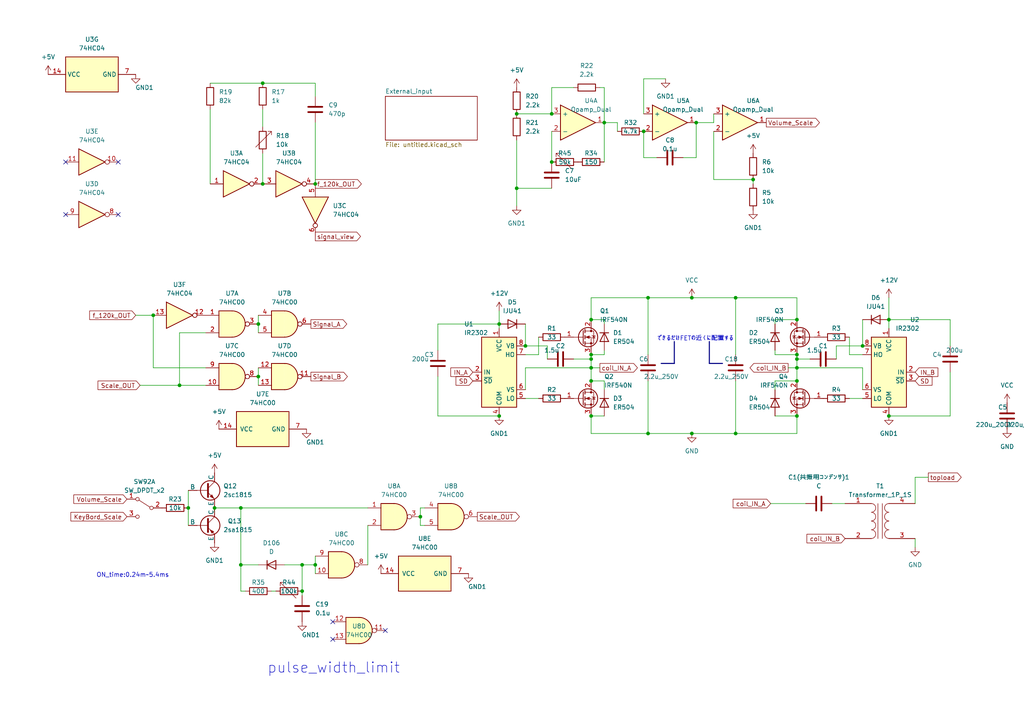
<source format=kicad_sch>
(kicad_sch (version 20230121) (generator eeschema)
  (paper "A4")
  (lib_symbols
    (symbol "74xx:74HC00" (pin_names (offset 1.016))
      (property "Reference" "U" (at 0 1.27 0))
      (property "Value" "74HC00" (at 0 -1.27 0))
      (symbol "74HC00_1_1"
        (arc (start 0 -3.81) (mid 3.7934 0) (end 0 3.81) (stroke (width 0.254)) (fill (type background)))
        (polyline (pts (xy 0 3.81) (xy -3.81 3.81) (xy -3.81 -3.81) (xy 0 -3.81)) (stroke (width 0.254)) (fill (type background)))
        (pin input line (at -7.62 2.54 0) (length 3.81) (name "~") (number "1"))
        (pin input line (at -7.62 -2.54 0) (length 3.81) (name "~") (number "2"))
        (pin output inverted (at 7.62 0 180) (length 3.81) (name "~") (number "3"))
      )
      (symbol "74HC00_1_2"
        (arc (start -3.81 -3.81) (mid -2.589 0) (end -3.81 3.81) (stroke (width 0.254)))
        (arc (start -0.6096 -3.81) (mid 2.1842 -2.5851) (end 3.81 0) (stroke (width 0.254)) (fill (type background)))
        (polyline (pts (xy -3.81 -3.81) (xy -0.635 -3.81)) (stroke (width 0.254)) (fill (type background)))
        (polyline (pts (xy -3.81 3.81) (xy -0.635 3.81)) (stroke (width 0.254)) (fill (type background)))
        (polyline (pts (xy -0.635 3.81) (xy -3.81 3.81) (xy -3.81 3.81) (xy -3.556 3.4036) (xy -3.0226 2.2606) (xy -2.6924 1.0414) (xy -2.6162 -0.254) (xy -2.7686 -1.4986) (xy -3.175 -2.7178) (xy -3.81 -3.81) (xy -3.81 -3.81) (xy -0.635 -3.81)) (stroke (width -25.4)) (fill (type background)))
        (arc (start 3.81 0) (mid 2.1915 2.5936) (end -0.6096 3.81) (stroke (width 0.254)) (fill (type background)))
        (pin input inverted (at -7.62 2.54 0) (length 4.318) (name "~") (number "1"))
        (pin input inverted (at -7.62 -2.54 0) (length 4.318) (name "~") (number "2"))
        (pin output line (at 7.62 0 180) (length 3.81) (name "~") (number "3"))
      )
      (symbol "74HC00_2_1"
        (arc (start 0 -3.81) (mid 3.7934 0) (end 0 3.81) (stroke (width 0.254)) (fill (type background)))
        (polyline (pts (xy 0 3.81) (xy -3.81 3.81) (xy -3.81 -3.81) (xy 0 -3.81)) (stroke (width 0.254)) (fill (type background)))
        (pin input line (at -7.62 2.54 0) (length 3.81) (name "~") (number "4"))
        (pin input line (at -7.62 -2.54 0) (length 3.81) (name "~") (number "5"))
        (pin output inverted (at 7.62 0 180) (length 3.81) (name "~") (number "6"))
      )
      (symbol "74HC00_2_2"
        (arc (start -3.81 -3.81) (mid -2.589 0) (end -3.81 3.81) (stroke (width 0.254)))
        (arc (start -0.6096 -3.81) (mid 2.1842 -2.5851) (end 3.81 0) (stroke (width 0.254)) (fill (type background)))
        (polyline (pts (xy -3.81 -3.81) (xy -0.635 -3.81)) (stroke (width 0.254)) (fill (type background)))
        (polyline (pts (xy -3.81 3.81) (xy -0.635 3.81)) (stroke (width 0.254)) (fill (type background)))
        (polyline (pts (xy -0.635 3.81) (xy -3.81 3.81) (xy -3.81 3.81) (xy -3.556 3.4036) (xy -3.0226 2.2606) (xy -2.6924 1.0414) (xy -2.6162 -0.254) (xy -2.7686 -1.4986) (xy -3.175 -2.7178) (xy -3.81 -3.81) (xy -3.81 -3.81) (xy -0.635 -3.81)) (stroke (width -25.4)) (fill (type background)))
        (arc (start 3.81 0) (mid 2.1915 2.5936) (end -0.6096 3.81) (stroke (width 0.254)) (fill (type background)))
        (pin input inverted (at -7.62 2.54 0) (length 4.318) (name "~") (number "4"))
        (pin input inverted (at -7.62 -2.54 0) (length 4.318) (name "~") (number "5"))
        (pin output line (at 7.62 0 180) (length 3.81) (name "~") (number "6"))
      )
      (symbol "74HC00_3_1"
        (arc (start 0 -3.81) (mid 3.7934 0) (end 0 3.81) (stroke (width 0.254)) (fill (type background)))
        (polyline (pts (xy 0 3.81) (xy -3.81 3.81) (xy -3.81 -3.81) (xy 0 -3.81)) (stroke (width 0.254)) (fill (type background)))
        (pin input line (at -7.62 -2.54 0) (length 3.81) (name "~") (number "10"))
        (pin output inverted (at 7.62 0 180) (length 3.81) (name "~") (number "8"))
        (pin input line (at -7.62 2.54 0) (length 3.81) (name "~") (number "9"))
      )
      (symbol "74HC00_3_2"
        (arc (start -3.81 -3.81) (mid -2.589 0) (end -3.81 3.81) (stroke (width 0.254)))
        (arc (start -0.6096 -3.81) (mid 2.1842 -2.5851) (end 3.81 0) (stroke (width 0.254)) (fill (type background)))
        (polyline (pts (xy -3.81 -3.81) (xy -0.635 -3.81)) (stroke (width 0.254)) (fill (type background)))
        (polyline (pts (xy -3.81 3.81) (xy -0.635 3.81)) (stroke (width 0.254)) (fill (type background)))
        (polyline (pts (xy -0.635 3.81) (xy -3.81 3.81) (xy -3.81 3.81) (xy -3.556 3.4036) (xy -3.0226 2.2606) (xy -2.6924 1.0414) (xy -2.6162 -0.254) (xy -2.7686 -1.4986) (xy -3.175 -2.7178) (xy -3.81 -3.81) (xy -3.81 -3.81) (xy -0.635 -3.81)) (stroke (width -25.4)) (fill (type background)))
        (arc (start 3.81 0) (mid 2.1915 2.5936) (end -0.6096 3.81) (stroke (width 0.254)) (fill (type background)))
        (pin input inverted (at -7.62 -2.54 0) (length 4.318) (name "~") (number "10"))
        (pin output line (at 7.62 0 180) (length 3.81) (name "~") (number "8"))
        (pin input inverted (at -7.62 2.54 0) (length 4.318) (name "~") (number "9"))
      )
      (symbol "74HC00_4_1"
        (arc (start 0 -3.81) (mid 3.7934 0) (end 0 3.81) (stroke (width 0.254)) (fill (type background)))
        (polyline (pts (xy 0 3.81) (xy -3.81 3.81) (xy -3.81 -3.81) (xy 0 -3.81)) (stroke (width 0.254)) (fill (type background)))
        (pin output inverted (at 7.62 0 180) (length 3.81) (name "~") (number "11"))
        (pin input line (at -7.62 2.54 0) (length 3.81) (name "~") (number "12"))
        (pin input line (at -7.62 -2.54 0) (length 3.81) (name "~") (number "13"))
      )
      (symbol "74HC00_4_2"
        (arc (start -3.81 -3.81) (mid -2.589 0) (end -3.81 3.81) (stroke (width 0.254)))
        (arc (start -0.6096 -3.81) (mid 2.1842 -2.5851) (end 3.81 0) (stroke (width 0.254)) (fill (type background)))
        (polyline (pts (xy -3.81 -3.81) (xy -0.635 -3.81)) (stroke (width 0.254)) (fill (type background)))
        (polyline (pts (xy -3.81 3.81) (xy -0.635 3.81)) (stroke (width 0.254)) (fill (type background)))
        (polyline (pts (xy -0.635 3.81) (xy -3.81 3.81) (xy -3.81 3.81) (xy -3.556 3.4036) (xy -3.0226 2.2606) (xy -2.6924 1.0414) (xy -2.6162 -0.254) (xy -2.7686 -1.4986) (xy -3.175 -2.7178) (xy -3.81 -3.81) (xy -3.81 -3.81) (xy -0.635 -3.81)) (stroke (width -25.4)) (fill (type background)))
        (arc (start 3.81 0) (mid 2.1915 2.5936) (end -0.6096 3.81) (stroke (width 0.254)) (fill (type background)))
        (pin output line (at 7.62 0 180) (length 3.81) (name "~") (number "11"))
        (pin input inverted (at -7.62 2.54 0) (length 4.318) (name "~") (number "12"))
        (pin input inverted (at -7.62 -2.54 0) (length 4.318) (name "~") (number "13"))
      )
      (symbol "74HC00_5_0"
        (pin power_in line (at 0 12.7 270) (length 5.08) (name "VCC") (number "14"))
        (pin power_in line (at 0 -12.7 90) (length 5.08) (name "GND") (number "7"))
      )
      (symbol "74HC00_5_1"
        (rectangle (start -5.08 7.62) (end 5.08 -7.62) (stroke (width 0.254)) (fill (type background)))
      )
    )
    (symbol "74xx:74HC04"
      (property "Reference" "U" (at 0 1.27 0))
      (property "Value" "74HC04" (at 0 -1.27 0))
      (symbol "74HC04_1_0"
        (polyline (pts (xy -3.81 3.81) (xy -3.81 -3.81) (xy 3.81 0) (xy -3.81 3.81)) (stroke (width 0.254)) (fill (type background)))
        (pin input line (at -7.62 0 0) (length 3.81) (name "~") (number "1"))
        (pin output inverted (at 7.62 0 180) (length 3.81) (name "~") (number "2"))
      )
      (symbol "74HC04_2_0"
        (polyline (pts (xy -3.81 3.81) (xy -3.81 -3.81) (xy 3.81 0) (xy -3.81 3.81)) (stroke (width 0.254)) (fill (type background)))
        (pin input line (at -7.62 0 0) (length 3.81) (name "~") (number "3"))
        (pin output inverted (at 7.62 0 180) (length 3.81) (name "~") (number "4"))
      )
      (symbol "74HC04_3_0"
        (polyline (pts (xy -3.81 3.81) (xy -3.81 -3.81) (xy 3.81 0) (xy -3.81 3.81)) (stroke (width 0.254)) (fill (type background)))
        (pin input line (at -7.62 0 0) (length 3.81) (name "~") (number "5"))
        (pin output inverted (at 7.62 0 180) (length 3.81) (name "~") (number "6"))
      )
      (symbol "74HC04_4_0"
        (polyline (pts (xy -3.81 3.81) (xy -3.81 -3.81) (xy 3.81 0) (xy -3.81 3.81)) (stroke (width 0.254)) (fill (type background)))
        (pin output inverted (at 7.62 0 180) (length 3.81) (name "~") (number "8"))
        (pin input line (at -7.62 0 0) (length 3.81) (name "~") (number "9"))
      )
      (symbol "74HC04_5_0"
        (polyline (pts (xy -3.81 3.81) (xy -3.81 -3.81) (xy 3.81 0) (xy -3.81 3.81)) (stroke (width 0.254)) (fill (type background)))
        (pin output inverted (at 7.62 0 180) (length 3.81) (name "~") (number "10"))
        (pin input line (at -7.62 0 0) (length 3.81) (name "~") (number "11"))
      )
      (symbol "74HC04_6_0"
        (polyline (pts (xy -3.81 3.81) (xy -3.81 -3.81) (xy 3.81 0) (xy -3.81 3.81)) (stroke (width 0.254)) (fill (type background)))
        (pin output inverted (at 7.62 0 180) (length 3.81) (name "~") (number "12"))
        (pin input line (at -7.62 0 0) (length 3.81) (name "~") (number "13"))
      )
      (symbol "74HC04_7_0"
        (pin power_in line (at 0 12.7 270) (length 5.08) (name "VCC") (number "14"))
        (pin power_in line (at 0 -12.7 90) (length 5.08) (name "GND") (number "7"))
      )
      (symbol "74HC04_7_1"
        (rectangle (start -5.08 7.62) (end 5.08 -7.62) (stroke (width 0.254)) (fill (type background)))
      )
    )
    (symbol "Device:C" (pin_numbers hide) (pin_names (offset 0.254))
      (property "Reference" "C" (at 0.635 2.54 0))
      (property "Value" "C" (at 0.635 -2.54 0))
      (symbol "C_0_1"
        (polyline (pts (xy -2.032 -0.762) (xy 2.032 -0.762)) (stroke (width 0.508)))
        (polyline (pts (xy -2.032 0.762) (xy 2.032 0.762)) (stroke (width 0.508)))
      )
      (symbol "C_1_1"
        (pin passive line (at 0 3.81 270) (length 2.794) (name "~") (number "1"))
        (pin passive line (at 0 -3.81 90) (length 2.794) (name "~") (number "2"))
      )
    )
    (symbol "Device:D" (pin_numbers hide) (pin_names (offset 1.016) hide)
      (property "Reference" "D" (at 0 2.54 0))
      (property "Value" "D" (at 0 -2.54 0))
      (symbol "D_0_1"
        (polyline (pts (xy -1.27 1.27) (xy -1.27 -1.27)) (stroke (width 0.254)))
        (polyline (pts (xy 1.27 0) (xy -1.27 0)))
        (polyline (pts (xy 1.27 1.27) (xy 1.27 -1.27) (xy -1.27 0) (xy 1.27 1.27)) (stroke (width 0.254)))
      )
      (symbol "D_1_1"
        (pin passive line (at -3.81 0 0) (length 2.54) (name "K") (number "1"))
        (pin passive line (at 3.81 0 180) (length 2.54) (name "A") (number "2"))
      )
    )
    (symbol "Device:Opamp_Dual"
      (property "Reference" "U" (at 0 5.08 0))
      (property "Value" "Opamp_Dual" (at 0 -5.08 0))
      (symbol "Opamp_Dual_1_1"
        (polyline (pts (xy -5.08 5.08) (xy 5.08 0) (xy -5.08 -5.08) (xy -5.08 5.08)) (stroke (width 0.254)) (fill (type background)))
        (pin output line (at 7.62 0 180) (length 2.54) (name "~") (number "1"))
        (pin input line (at -7.62 -2.54 0) (length 2.54) (name "-") (number "2"))
        (pin input line (at -7.62 2.54 0) (length 2.54) (name "+") (number "3"))
      )
      (symbol "Opamp_Dual_2_1"
        (polyline (pts (xy -5.08 5.08) (xy 5.08 0) (xy -5.08 -5.08) (xy -5.08 5.08)) (stroke (width 0.254)) (fill (type background)))
        (pin input line (at -7.62 2.54 0) (length 2.54) (name "+") (number "5"))
        (pin input line (at -7.62 -2.54 0) (length 2.54) (name "-") (number "6"))
        (pin output line (at 7.62 0 180) (length 2.54) (name "~") (number "7"))
      )
      (symbol "Opamp_Dual_3_1"
        (pin power_in line (at -2.54 -7.62 90) (length 3.81) (name "V-") (number "4"))
        (pin power_in line (at -2.54 7.62 270) (length 3.81) (name "V+") (number "8"))
      )
    )
    (symbol "Device:R" (pin_numbers hide) (pin_names (offset 0))
      (property "Reference" "R" (at 2.032 0 90))
      (property "Value" "R" (at 0 0 90))
      (symbol "R_0_1"
        (rectangle (start -1.016 -2.54) (end 1.016 2.54) (stroke (width 0.254)))
      )
      (symbol "R_1_1"
        (pin passive line (at 0 3.81 270) (length 1.27) (name "~") (number "1"))
        (pin passive line (at 0 -3.81 90) (length 1.27) (name "~") (number "2"))
      )
    )
    (symbol "Device:R_Variable" (pin_numbers hide) (pin_names (offset 0))
      (property "Reference" "R" (at 2.54 -2.54 90))
      (property "Value" "R_Variable" (at -2.54 -1.27 90))
      (symbol "R_Variable_0_1"
        (rectangle (start -1.016 -2.54) (end 1.016 2.54) (stroke (width 0.254)))
        (polyline (pts (xy 2.54 1.524) (xy 2.54 2.54) (xy 1.524 2.54) (xy 2.54 2.54) (xy -2.032 -2.032)))
      )
      (symbol "R_Variable_1_1"
        (pin passive line (at 0 3.81 270) (length 1.27) (name "~") (number "1"))
        (pin passive line (at 0 -3.81 90) (length 1.27) (name "~") (number "2"))
      )
    )
    (symbol "Device:Transformer_1P_1S" (pin_names (offset 1.016) hide)
      (property "Reference" "T" (at 0 6.35 0))
      (property "Value" "Transformer_1P_1S" (at 0 -7.62 0))
      (symbol "Transformer_1P_1S_0_1"
        (arc (start -2.54 -5.0546) (mid -1.6599 -4.6901) (end -1.27 -3.81))
        (arc (start -2.54 -2.5146) (mid -1.6599 -2.1501) (end -1.27 -1.27))
        (arc (start -2.54 0.0254) (mid -1.6599 0.3899) (end -1.27 1.27))
        (arc (start -2.54 2.5654) (mid -1.6599 2.9299) (end -1.27 3.81))
        (arc (start -1.27 -3.81) (mid -1.642 -2.912) (end -2.54 -2.54))
        (arc (start -1.27 -1.27) (mid -1.642 -0.372) (end -2.54 0))
        (arc (start -1.27 1.27) (mid -1.642 2.168) (end -2.54 2.54))
        (arc (start -1.27 3.81) (mid -1.642 4.708) (end -2.54 5.08))
        (polyline (pts (xy -0.635 5.08) (xy -0.635 -5.08)))
        (polyline (pts (xy 0.635 -5.08) (xy 0.635 5.08)))
        (arc (start 1.2954 -1.27) (mid 1.6599 -2.1501) (end 2.54 -2.5146))
        (arc (start 1.2954 1.27) (mid 1.6599 0.3899) (end 2.54 0.0254))
        (arc (start 1.2954 3.81) (mid 1.6599 2.9299) (end 2.54 2.5654))
        (arc (start 1.3208 -3.81) (mid 1.6853 -4.6901) (end 2.5654 -5.0546))
        (arc (start 2.54 0) (mid 1.642 -0.372) (end 1.2954 -1.27))
        (arc (start 2.54 2.54) (mid 1.642 2.168) (end 1.2954 1.27))
        (arc (start 2.54 5.08) (mid 1.642 4.708) (end 1.2954 3.81))
        (arc (start 2.5654 -2.54) (mid 1.6674 -2.912) (end 1.3208 -3.81))
      )
      (symbol "Transformer_1P_1S_1_1"
        (pin passive line (at -10.16 5.08 0) (length 7.62) (name "AA") (number "1"))
        (pin passive line (at -10.16 -5.08 0) (length 7.62) (name "AB") (number "2"))
        (pin passive line (at 10.16 -5.08 180) (length 7.62) (name "SA") (number "3"))
        (pin passive line (at 10.16 5.08 180) (length 7.62) (name "SB") (number "4"))
      )
    )
    (symbol "Driver_FET:IR2302"
      (property "Reference" "U" (at 1.27 13.335 0))
      (property "Value" "IR2302" (at 1.27 11.43 0))
      (symbol "IR2302_0_1"
        (rectangle (start -5.08 -10.16) (end 5.08 10.16) (stroke (width 0.254)) (fill (type background)))
      )
      (symbol "IR2302_1_1"
        (pin power_in line (at 0 12.7 270) (length 2.54) (name "VCC") (number "1"))
        (pin input line (at -7.62 0 0) (length 2.54) (name "IN") (number "2"))
        (pin input line (at -7.62 -2.54 0) (length 2.54) (name "~{SD}") (number "3"))
        (pin power_in line (at 0 -12.7 90) (length 2.54) (name "COM") (number "4"))
        (pin output line (at 7.62 -7.62 180) (length 2.54) (name "LO") (number "5"))
        (pin passive line (at 7.62 -5.08 180) (length 2.54) (name "VS") (number "6"))
        (pin output line (at 7.62 5.08 180) (length 2.54) (name "HO") (number "7"))
        (pin passive line (at 7.62 7.62 180) (length 2.54) (name "VB") (number "8"))
      )
    )
    (symbol "Simulation_SPICE:NPN" (pin_numbers hide) (pin_names (offset 0))
      (property "Reference" "Q" (at -2.54 7.62 0))
      (property "Value" "NPN" (at -2.54 5.08 0))
      (symbol "NPN_0_1"
        (polyline (pts (xy -2.54 0) (xy 0.635 0)) (stroke (width 0.1524)))
        (polyline (pts (xy 0.635 0.635) (xy 2.54 2.54)))
        (polyline (pts (xy 2.794 -1.27) (xy 2.794 -1.27)) (stroke (width 0.1524)))
        (polyline (pts (xy 2.794 -1.27) (xy 2.794 -1.27)) (stroke (width 0.1524)))
        (polyline (pts (xy 0.635 -0.635) (xy 2.54 -2.54) (xy 2.54 -2.54)))
        (polyline (pts (xy 0.635 1.905) (xy 0.635 -1.905) (xy 0.635 -1.905)) (stroke (width 0.508)))
        (polyline (pts (xy 1.27 -1.778) (xy 1.778 -1.27) (xy 2.286 -2.286) (xy 1.27 -1.778) (xy 1.27 -1.778)) (fill (type outline)))
        (circle (center 1.27 0) (radius 2.8194) (stroke (width 0.254)))
      )
      (symbol "NPN_1_1"
        (pin open_collector line (at 2.54 5.08 270) (length 2.54) (name "C") (number "1"))
        (pin input line (at -5.08 0 0) (length 2.54) (name "B") (number "2"))
        (pin open_emitter line (at 2.54 -5.08 90) (length 2.54) (name "E") (number "3"))
      )
    )
    (symbol "Simulation_SPICE:PNP" (pin_numbers hide) (pin_names (offset 0))
      (property "Reference" "Q" (at -2.54 7.62 0))
      (property "Value" "PNP" (at -2.54 5.08 0))
      (symbol "PNP_0_1"
        (polyline (pts (xy -2.54 0) (xy 0.635 0)) (stroke (width 0.1524)))
        (polyline (pts (xy 0.635 0.635) (xy 2.54 2.54)))
        (polyline (pts (xy 0.635 -0.635) (xy 2.54 -2.54) (xy 2.54 -2.54)))
        (polyline (pts (xy 0.635 1.905) (xy 0.635 -1.905) (xy 0.635 -1.905)) (stroke (width 0.508)))
        (polyline (pts (xy 2.286 -1.778) (xy 1.778 -2.286) (xy 1.27 -1.27) (xy 2.286 -1.778) (xy 2.286 -1.778)) (fill (type outline)))
        (circle (center 1.27 0) (radius 2.8194) (stroke (width 0.254)))
      )
      (symbol "PNP_1_1"
        (pin open_collector line (at 2.54 5.08 270) (length 2.54) (name "C") (number "1"))
        (pin input line (at -5.08 0 0) (length 2.54) (name "B") (number "2"))
        (pin open_emitter line (at 2.54 -5.08 90) (length 2.54) (name "E") (number "3"))
      )
    )
    (symbol "Switch:SW_DPDT_x2" (pin_names (offset 0) hide)
      (property "Reference" "SW" (at 0 4.318 0))
      (property "Value" "SW_DPDT_x2" (at 0 -5.08 0))
      (symbol "SW_DPDT_x2_0_0"
        (circle (center -2.032 0) (radius 0.508))
        (circle (center 2.032 -2.54) (radius 0.508))
      )
      (symbol "SW_DPDT_x2_0_1"
        (polyline (pts (xy -1.524 0.254) (xy 1.651 2.286)))
        (circle (center 2.032 2.54) (radius 0.508))
      )
      (symbol "SW_DPDT_x2_1_1"
        (pin passive line (at 5.08 2.54 180) (length 2.54) (name "A") (number "1"))
        (pin passive line (at -5.08 0 0) (length 2.54) (name "B") (number "2"))
        (pin passive line (at 5.08 -2.54 180) (length 2.54) (name "C") (number "3"))
      )
      (symbol "SW_DPDT_x2_2_1"
        (pin passive line (at 5.08 2.54 180) (length 2.54) (name "A") (number "4"))
        (pin passive line (at -5.08 0 0) (length 2.54) (name "B") (number "5"))
        (pin passive line (at 5.08 -2.54 180) (length 2.54) (name "C") (number "6"))
      )
    )
    (symbol "Transistor_FET:IRF540N" (pin_names hide)
      (property "Reference" "Q" (at 6.35 1.905 0))
      (property "Value" "IRF540N" (at 6.35 0 0))
      (symbol "IRF540N_0_1"
        (polyline (pts (xy 0.254 0) (xy -2.54 0)))
        (polyline (pts (xy 0.254 1.905) (xy 0.254 -1.905)) (stroke (width 0.254)))
        (polyline (pts (xy 0.762 -1.27) (xy 0.762 -2.286)) (stroke (width 0.254)))
        (polyline (pts (xy 0.762 0.508) (xy 0.762 -0.508)) (stroke (width 0.254)))
        (polyline (pts (xy 0.762 2.286) (xy 0.762 1.27)) (stroke (width 0.254)))
        (polyline (pts (xy 2.54 2.54) (xy 2.54 1.778)))
        (polyline (pts (xy 2.54 -2.54) (xy 2.54 0) (xy 0.762 0)))
        (polyline (pts (xy 0.762 -1.778) (xy 3.302 -1.778) (xy 3.302 1.778) (xy 0.762 1.778)))
        (polyline (pts (xy 1.016 0) (xy 2.032 0.381) (xy 2.032 -0.381) (xy 1.016 0)) (fill (type outline)))
        (polyline (pts (xy 2.794 0.508) (xy 2.921 0.381) (xy 3.683 0.381) (xy 3.81 0.254)))
        (polyline (pts (xy 3.302 0.381) (xy 2.921 -0.254) (xy 3.683 -0.254) (xy 3.302 0.381)))
        (circle (center 1.651 0) (radius 2.794) (stroke (width 0.254)))
        (circle (center 2.54 -1.778) (radius 0.254) (fill (type outline)))
        (circle (center 2.54 1.778) (radius 0.254) (fill (type outline)))
      )
      (symbol "IRF540N_1_1"
        (pin input line (at -5.08 0 0) (length 2.54) (name "G") (number "1"))
        (pin passive line (at 2.54 5.08 270) (length 2.54) (name "D") (number "2"))
        (pin passive line (at 2.54 -5.08 90) (length 2.54) (name "S") (number "3"))
      )
    )
    (symbol "power:+12V" (power) (pin_names (offset 0))
      (property "Value" "+12V" (at 0 3.556 0))
      (symbol "+12V_0_1"
        (polyline (pts (xy -0.762 1.27) (xy 0 2.54)))
        (polyline (pts (xy 0 0) (xy 0 2.54)))
        (polyline (pts (xy 0 2.54) (xy 0.762 1.27)))
      )
      (symbol "+12V_1_1"
        (pin power_in line (at 0 0 90) (length 0) hide (name "+12V") (number "1"))
      )
    )
    (symbol "power:+5V" (power) (pin_names (offset 0))
      (property "Value" "+5V" (at 0 3.556 0))
      (symbol "+5V_0_1"
        (polyline (pts (xy -0.762 1.27) (xy 0 2.54)))
        (polyline (pts (xy 0 0) (xy 0 2.54)))
        (polyline (pts (xy 0 2.54) (xy 0.762 1.27)))
      )
      (symbol "+5V_1_1"
        (pin power_in line (at 0 0 90) (length 0) hide (name "+5V") (number "1"))
      )
    )
    (symbol "power:GND" (power) (pin_names (offset 0))
      (property "Value" "GND" (at 0 -3.81 0))
      (symbol "GND_0_1"
        (polyline (pts (xy 0 0) (xy 0 -1.27) (xy 1.27 -1.27) (xy 0 -2.54) (xy -1.27 -1.27) (xy 0 -1.27)))
      )
      (symbol "GND_1_1"
        (pin power_in line (at 0 0 270) (length 0) hide (name "GND") (number "1"))
      )
    )
    (symbol "power:GND1" (power) (pin_names (offset 0))
      (property "Value" "GND1" (at 0 -3.81 0))
      (symbol "GND1_0_1"
        (polyline (pts (xy 0 0) (xy 0 -1.27) (xy 1.27 -1.27) (xy 0 -2.54) (xy -1.27 -1.27) (xy 0 -1.27)))
      )
      (symbol "GND1_1_1"
        (pin power_in line (at 0 0 270) (length 0) hide (name "GND1") (number "1"))
      )
    )
    (symbol "power:VCC" (power) (pin_names (offset 0))
      (property "Value" "VCC" (at 0 3.81 0))
      (symbol "VCC_0_1"
        (polyline (pts (xy -0.762 1.27) (xy 0 2.54)))
        (polyline (pts (xy 0 0) (xy 0 2.54)))
        (polyline (pts (xy 0 2.54) (xy 0.762 1.27)))
      )
      (symbol "VCC_1_1"
        (pin power_in line (at 0 0 90) (length 0) hide (name "VCC") (number "1"))
      )
    )
  )
  (junction (at 91.44 53.34))
  (junction (at 160.02 33.02))
  (junction (at 74.93 109.22))
  (junction (at 257.81 92.71))
  (junction (at 87.63 171.45))
  (junction (at 52.07 111.76))
  (junction (at 231.14 102.87))
  (junction (at 257.81 120.65))
  (junction (at 121.92 149.86))
  (junction (at 200.66 86.36))
  (junction (at 171.45 106.68))
  (junction (at 175.26 35.56))
  (junction (at 187.96 125.73))
  (junction (at 231.14 120.65))
  (junction (at 250.19 100.33))
  (junction (at 200.66 125.73))
  (junction (at 201.93 35.56))
  (junction (at 186.69 38.1))
  (junction (at 171.45 120.65))
  (junction (at 160.02 46.99))
  (junction (at 213.36 125.73))
  (junction (at 144.78 93.98))
  (junction (at 231.14 92.71))
  (junction (at 44.45 91.44))
  (junction (at 218.44 52.07))
  (junction (at 69.85 147.32))
  (junction (at 152.4 100.33))
  (junction (at 231.14 104.14))
  (junction (at 231.14 106.68))
  (junction (at 62.23 147.32))
  (junction (at 91.44 163.83))
  (junction (at 171.45 102.87))
  (junction (at 69.85 163.83))
  (junction (at 213.36 86.36))
  (junction (at 171.45 104.14))
  (junction (at 149.86 33.02))
  (junction (at 76.2 24.13))
  (junction (at 171.45 110.49))
  (junction (at 74.93 93.98))
  (junction (at 87.63 163.83))
  (junction (at 171.45 92.71))
  (junction (at 76.2 53.34))
  (junction (at 54.61 147.32))
  (junction (at 187.96 86.36))
  (junction (at 149.86 54.61))
  (junction (at 231.14 110.49))
  (junction (at 144.78 120.65))
  (no_connect (at 19.05 46.99))
  (no_connect (at 34.29 46.99))
  (no_connect (at 111.76 182.88))
  (no_connect (at 19.05 62.23))
  (no_connect (at 96.52 185.42))
  (no_connect (at 34.29 62.23))
  (no_connect (at 96.52 180.34))
  (wire (pts (xy 224.79 101.6) (xy 224.79 102.87)))
  (bus (pts (xy 191.77 105.41) (xy 195.58 105.41)))
  (wire (pts (xy 171.45 86.36) (xy 187.96 86.36)))
  (wire (pts (xy 257.81 86.36) (xy 257.81 92.71)))
  (wire (pts (xy 171.45 110.49) (xy 175.26 110.49)))
  (wire (pts (xy 127 101.6) (xy 127 93.98)))
  (wire (pts (xy 171.45 106.68) (xy 173.99 106.68)))
  (wire (pts (xy 187.96 110.49) (xy 187.96 125.73)))
  (wire (pts (xy 224.79 92.71) (xy 231.14 92.71)))
  (wire (pts (xy 250.19 100.33) (xy 242.57 100.33)))
  (wire (pts (xy 187.96 125.73) (xy 200.66 125.73)))
  (wire (pts (xy 91.44 161.29) (xy 91.44 163.83)))
  (wire (pts (xy 149.86 54.61) (xy 149.86 40.64)))
  (wire (pts (xy 74.93 163.83) (xy 69.85 163.83)))
  (wire (pts (xy 275.59 107.95) (xy 275.59 120.65)))
  (wire (pts (xy 152.4 115.57) (xy 156.21 115.57)))
  (wire (pts (xy 74.93 93.98) (xy 74.93 96.52)))
  (wire (pts (xy 246.38 115.57) (xy 250.19 115.57)))
  (wire (pts (xy 171.45 102.87) (xy 171.45 104.14)))
  (wire (pts (xy 106.68 152.4) (xy 106.68 163.83)))
  (wire (pts (xy 69.85 147.32) (xy 69.85 163.83)))
  (wire (pts (xy 171.45 104.14) (xy 171.45 106.68)))
  (wire (pts (xy 175.26 92.71) (xy 171.45 92.71)))
  (wire (pts (xy 171.45 102.87) (xy 175.26 102.87)))
  (wire (pts (xy 59.69 96.52) (xy 52.07 96.52)))
  (wire (pts (xy 200.66 125.73) (xy 213.36 125.73)))
  (wire (pts (xy 213.36 110.49) (xy 213.36 125.73)))
  (wire (pts (xy 231.14 106.68) (xy 231.14 110.49)))
  (wire (pts (xy 173.99 25.4) (xy 175.26 25.4)))
  (wire (pts (xy 265.43 138.43) (xy 269.24 138.43)))
  (wire (pts (xy 144.78 90.17) (xy 144.78 93.98)))
  (wire (pts (xy 76.2 53.34) (xy 76.2 44.45)))
  (wire (pts (xy 69.85 171.45) (xy 69.85 163.83)))
  (wire (pts (xy 224.79 93.98) (xy 224.79 92.71)))
  (bus (pts (xy 209.55 105.41) (xy 205.74 105.41)))
  (wire (pts (xy 171.45 120.65) (xy 175.26 120.65)))
  (wire (pts (xy 171.45 86.36) (xy 171.45 92.71)))
  (wire (pts (xy 166.37 104.14) (xy 171.45 104.14)))
  (wire (pts (xy 62.23 147.32) (xy 62.23 148.59)))
  (wire (pts (xy 160.02 38.1) (xy 160.02 46.99)))
  (wire (pts (xy 231.14 110.49) (xy 224.79 110.49)))
  (wire (pts (xy 250.19 106.68) (xy 250.19 113.03)))
  (wire (pts (xy 265.43 146.05) (xy 265.43 138.43)))
  (wire (pts (xy 158.75 104.14) (xy 158.75 100.33)))
  (wire (pts (xy 149.86 54.61) (xy 160.02 54.61)))
  (wire (pts (xy 231.14 104.14) (xy 234.95 104.14)))
  (wire (pts (xy 60.96 24.13) (xy 76.2 24.13)))
  (bus (pts (xy 195.58 99.06) (xy 195.58 105.41)))
  (wire (pts (xy 127 120.65) (xy 144.78 120.65)))
  (wire (pts (xy 246.38 102.87) (xy 246.38 97.79)))
  (wire (pts (xy 123.19 147.32) (xy 121.92 147.32)))
  (wire (pts (xy 91.44 163.83) (xy 91.44 166.37)))
  (wire (pts (xy 186.69 22.86) (xy 193.04 22.86)))
  (wire (pts (xy 186.69 38.1) (xy 186.69 45.72)))
  (wire (pts (xy 223.52 146.05) (xy 233.68 146.05)))
  (wire (pts (xy 62.23 147.32) (xy 69.85 147.32)))
  (wire (pts (xy 242.57 100.33) (xy 242.57 104.14)))
  (wire (pts (xy 82.55 163.83) (xy 87.63 163.83)))
  (wire (pts (xy 179.07 35.56) (xy 175.26 35.56)))
  (wire (pts (xy 200.66 86.36) (xy 213.36 86.36)))
  (wire (pts (xy 175.26 35.56) (xy 175.26 46.99)))
  (wire (pts (xy 91.44 24.13) (xy 76.2 24.13)))
  (wire (pts (xy 186.69 33.02) (xy 186.69 22.86)))
  (wire (pts (xy 250.19 92.71) (xy 250.19 100.33)))
  (wire (pts (xy 275.59 120.65) (xy 257.81 120.65)))
  (wire (pts (xy 175.26 93.98) (xy 175.26 92.71)))
  (wire (pts (xy 171.45 125.73) (xy 171.45 120.65)))
  (wire (pts (xy 40.64 111.76) (xy 52.07 111.76)))
  (wire (pts (xy 123.19 152.4) (xy 121.92 152.4)))
  (wire (pts (xy 166.37 25.4) (xy 160.02 25.4)))
  (wire (pts (xy 175.26 102.87) (xy 175.26 101.6)))
  (wire (pts (xy 160.02 25.4) (xy 160.02 33.02)))
  (wire (pts (xy 218.44 52.07) (xy 218.44 53.34)))
  (wire (pts (xy 171.45 125.73) (xy 187.96 125.73)))
  (wire (pts (xy 69.85 171.45) (xy 71.12 171.45)))
  (wire (pts (xy 156.21 97.79) (xy 156.21 102.87)))
  (wire (pts (xy 121.92 147.32) (xy 121.92 149.86)))
  (wire (pts (xy 207.01 52.07) (xy 207.01 38.1)))
  (wire (pts (xy 144.78 93.98) (xy 144.78 95.25)))
  (wire (pts (xy 44.45 91.44) (xy 44.45 106.68)))
  (bus (pts (xy 205.74 99.06) (xy 205.74 105.41)))
  (wire (pts (xy 91.44 35.56) (xy 91.44 53.34)))
  (wire (pts (xy 213.36 86.36) (xy 213.36 102.87)))
  (wire (pts (xy 152.4 106.68) (xy 171.45 106.68)))
  (wire (pts (xy 156.21 102.87) (xy 152.4 102.87)))
  (wire (pts (xy 179.07 38.1) (xy 179.07 35.56)))
  (wire (pts (xy 74.93 91.44) (xy 74.93 93.98)))
  (wire (pts (xy 60.96 31.75) (xy 60.96 53.34)))
  (wire (pts (xy 44.45 91.44) (xy 39.37 91.44)))
  (wire (pts (xy 207.01 52.07) (xy 218.44 52.07)))
  (wire (pts (xy 152.4 113.03) (xy 152.4 106.68)))
  (wire (pts (xy 231.14 86.36) (xy 231.14 92.71)))
  (wire (pts (xy 231.14 106.68) (xy 228.6 106.68)))
  (wire (pts (xy 69.85 147.32) (xy 106.68 147.32)))
  (wire (pts (xy 241.3 146.05) (xy 245.11 146.05)))
  (wire (pts (xy 149.86 33.02) (xy 160.02 33.02)))
  (wire (pts (xy 187.96 86.36) (xy 200.66 86.36)))
  (wire (pts (xy 91.44 27.94) (xy 91.44 24.13)))
  (wire (pts (xy 121.92 152.4) (xy 121.92 149.86)))
  (wire (pts (xy 201.93 35.56) (xy 207.01 35.56)))
  (wire (pts (xy 224.79 102.87) (xy 231.14 102.87)))
  (wire (pts (xy 78.74 171.45) (xy 80.01 171.45)))
  (wire (pts (xy 87.63 163.83) (xy 91.44 163.83)))
  (wire (pts (xy 275.59 100.33) (xy 275.59 92.71)))
  (wire (pts (xy 76.2 36.83) (xy 76.2 31.75)))
  (wire (pts (xy 127 93.98) (xy 144.78 93.98)))
  (wire (pts (xy 231.14 102.87) (xy 231.14 104.14)))
  (wire (pts (xy 54.61 142.24) (xy 54.61 147.32)))
  (wire (pts (xy 265.43 156.21) (xy 265.43 158.75)))
  (wire (pts (xy 175.26 110.49) (xy 175.26 113.03)))
  (wire (pts (xy 224.79 110.49) (xy 224.79 113.03)))
  (wire (pts (xy 74.93 109.22) (xy 74.93 111.76)))
  (wire (pts (xy 44.45 106.68) (xy 59.69 106.68)))
  (wire (pts (xy 186.69 45.72) (xy 190.5 45.72)))
  (wire (pts (xy 250.19 102.87) (xy 246.38 102.87)))
  (wire (pts (xy 201.93 35.56) (xy 201.93 45.72)))
  (wire (pts (xy 275.59 92.71) (xy 257.81 92.71)))
  (wire (pts (xy 149.86 59.69) (xy 149.86 54.61)))
  (wire (pts (xy 231.14 104.14) (xy 231.14 106.68)))
  (wire (pts (xy 87.63 171.45) (xy 87.63 172.72)))
  (wire (pts (xy 127 109.22) (xy 127 120.65)))
  (wire (pts (xy 171.45 106.68) (xy 171.45 110.49)))
  (wire (pts (xy 224.79 120.65) (xy 231.14 120.65)))
  (wire (pts (xy 213.36 125.73) (xy 231.14 125.73)))
  (wire (pts (xy 152.4 93.98) (xy 152.4 100.33)))
  (wire (pts (xy 52.07 96.52) (xy 52.07 111.76)))
  (wire (pts (xy 187.96 86.36) (xy 187.96 102.87)))
  (wire (pts (xy 158.75 100.33) (xy 152.4 100.33)))
  (wire (pts (xy 207.01 35.56) (xy 207.01 33.02)))
  (wire (pts (xy 52.07 111.76) (xy 59.69 111.76)))
  (wire (pts (xy 213.36 86.36) (xy 231.14 86.36)))
  (wire (pts (xy 175.26 25.4) (xy 175.26 35.56)))
  (wire (pts (xy 54.61 147.32) (xy 54.61 152.4)))
  (wire (pts (xy 87.63 163.83) (xy 87.63 171.45)))
  (wire (pts (xy 231.14 106.68) (xy 250.19 106.68)))
  (wire (pts (xy 74.93 106.68) (xy 74.93 109.22)))
  (wire (pts (xy 257.81 92.71) (xy 257.81 95.25)))
  (wire (pts (xy 201.93 45.72) (xy 198.12 45.72)))
  (wire (pts (xy 231.14 125.73) (xy 231.14 120.65)))
  (text "pulse_width_limit" (at 77.47 195.58 0) (effects (font (size 3 3)) (justify left bottom)))
  (text "できるだけFETの近くに配置する" (at 190.5 99.06 0) (effects (font (size 1.27 1.27)) (justify left bottom)))
  (text "ON_time:0.24m~5.4ms" (at 27.94 167.64 0) (effects (font (size 1.27 1.27)) (justify left bottom)))
  (global_label "f_120k_OUT" (shape output) (at 91.44 53.34 0) (property "Intersheetrefs" "${INTERSHEET_REFS}" (effects hide)))
  (global_label "coil_IN_B" (shape input) (at 245.11 156.21 180) (property "Intersheetrefs" "${INTERSHEET_REFS}" (effects hide)))
  (global_label "Volume_Scale" (shape output) (at 222.25 35.56 0) (property "Intersheetrefs" "${INTERSHEET_REFS}" (effects hide)))
  (global_label "topload" (shape output) (at 269.24 138.43 0) (property "Intersheetrefs" "${INTERSHEET_REFS}" (effects hide)))
  (global_label "Signal_B" (shape output) (at 90.17 109.22 0) (property "Intersheetrefs" "${INTERSHEET_REFS}" (effects hide)))
  (global_label "coil_IN_A" (shape input) (at 223.52 146.05 180) (property "Intersheetrefs" "${INTERSHEET_REFS}" (effects hide)))
  (global_label "Scale_OUT" (shape output) (at 138.43 149.86 0) (property "Intersheetrefs" "${INTERSHEET_REFS}" (effects hide)))
  (global_label "coil_IN_B" (shape output) (at 228.6 106.68 180) (property "Intersheetrefs" "${INTERSHEET_REFS}" (effects hide)))
  (global_label "Signal_A" (shape output) (at 90.17 93.98 0) (property "Intersheetrefs" "${INTERSHEET_REFS}" (effects hide)))
  (global_label "SD" (shape input) (at 265.43 110.49 0) (property "Intersheetrefs" "${INTERSHEET_REFS}" (effects hide)))
  (global_label "KeyBord_Scale" (shape input) (at 36.83 149.86 180) (property "Intersheetrefs" "${INTERSHEET_REFS}" (effects hide)))
  (global_label "SD" (shape input) (at 137.16 110.49 180) (property "Intersheetrefs" "${INTERSHEET_REFS}" (effects hide)))
  (global_label "IN_A" (shape input) (at 137.16 107.95 180) (property "Intersheetrefs" "${INTERSHEET_REFS}" (effects hide)))
  (global_label "IN_B" (shape input) (at 265.43 107.95 0) (property "Intersheetrefs" "${INTERSHEET_REFS}" (effects hide)))
  (global_label "f_120k_OUT" (shape input) (at 39.37 91.44 180) (property "Intersheetrefs" "${INTERSHEET_REFS}" (effects hide)))
  (global_label "Volume_Scale" (shape input) (at 36.83 144.78 180) (property "Intersheetrefs" "${INTERSHEET_REFS}" (effects hide)))
  (global_label "Scale_OUT" (shape input) (at 40.64 111.76 180) (property "Intersheetrefs" "${INTERSHEET_REFS}" (effects hide)))
  (global_label "coil_IN_A" (shape output) (at 173.99 106.68 0) (property "Intersheetrefs" "${INTERSHEET_REFS}" (effects hide)))
  (global_label "signal_view" (shape output) (at 91.44 68.58 0) (property "Intersheetrefs" "${INTERSHEET_REFS}" (effects hide)))
  (symbol (lib_id "74xx:74HC00") (at 82.55 93.98 0) (unit 2)
    (property "Reference" "U7" (at 82.5417 85.09 0))
    (property "Value" "74HC00" (at 82.5417 87.63 0))
    (property "Datasheet" "http://www.ti.com/lit/gpn/sn74hc00" (effects hide))
  )
  (symbol (lib_id "Device:D") (at 175.26 116.84 270) (unit 1)
    (property "Reference" "D3" (at 177.8 115.57 90) (effects (justify left)))
    (property "Value" "ER504" (at 177.8 118.11 90) (effects (justify left)))
    (property "Sim.Device" "D" (effects hide))
    (property "Sim.Pins" "1=K 2=A" (effects hide))
  )
  (symbol (lib_id "74xx:74HC00") (at 67.31 93.98 0) (unit 1)
    (property "Reference" "U7" (at 67.3017 85.09 0))
    (property "Value" "74HC00" (at 67.3017 87.63 0))
    (property "Datasheet" "http://www.ti.com/lit/gpn/sn74hc00" (effects hide))
  )
  (symbol (lib_id "power:GND1") (at 62.23 157.48 0) (unit 1)
    (property "Reference" "#PWR053" (effects hide))
    (property "Value" "GND1" (at 62.23 162.56 0))
  )
  (symbol (lib_id "Device:R") (at 170.18 25.4 90) (unit 1)
    (property "Reference" "R22" (at 170.18 19.05 90))
    (property "Value" "2.2k" (at 170.18 21.59 90))
  )
  (symbol (lib_id "Device:D") (at 78.74 163.83 0) (unit 1)
    (property "Reference" "D106" (at 78.74 157.48 0))
    (property "Value" "D" (at 78.74 160.02 0))
    (property "Sim.Device" "D" (effects hide))
    (property "Sim.Pins" "1=K 2=A" (effects hide))
  )
  (symbol (lib_id "Device:C") (at 237.49 146.05 90) (unit 1)
    (property "Reference" "C1(共振用コンデンサ)1" (at 237.49 138.43 90))
    (property "Value" "C" (at 237.49 140.97 90))
  )
  (symbol (lib_id "74xx:74HC00") (at 130.81 149.86 0) (unit 2)
    (property "Reference" "U8" (at 130.8017 140.97 0))
    (property "Value" "74HC00" (at 130.8017 143.51 0))
    (property "Datasheet" "http://www.ti.com/lit/gpn/sn74hc00" (effects hide))
  )
  (symbol (lib_id "Device:R") (at 218.44 57.15 0) (unit 1)
    (property "Reference" "R5" (at 220.98 55.88 0) (effects (justify left)))
    (property "Value" "10k" (at 220.98 58.42 0) (effects (justify left)))
  )
  (symbol (lib_id "Device:D") (at 254 92.71 0) (unit 1)
    (property "Reference" "D6" (at 254 86.36 0))
    (property "Value" "IJU41" (at 254 88.9 0))
    (property "Sim.Device" "D" (effects hide))
    (property "Sim.Pins" "1=K 2=A" (effects hide))
  )
  (symbol (lib_id "Device:R") (at 76.2 27.94 0) (unit 1)
    (property "Reference" "R17" (at 78.74 26.67 0) (effects (justify left)))
    (property "Value" "1k" (at 78.74 29.21 0) (effects (justify left)))
  )
  (symbol (lib_id "Device:C") (at 300.99 120.65 0) (mirror x) (unit 1)
    (property "Reference" "C17" (at 299.72 118.11 0))
    (property "Value" "220u_200V" (at 297.18 123.19 0))
  )
  (symbol (lib_id "power:+5V") (at 218.44 44.45 0) (unit 1)
    (property "Reference" "#PWR02" (effects hide))
    (property "Value" "+5V" (at 218.44 39.37 0))
  )
  (symbol (lib_id "74xx:74HC00") (at 67.31 109.22 0) (unit 3)
    (property "Reference" "U7" (at 67.3017 100.33 0))
    (property "Value" "74HC00" (at 67.3017 102.87 0))
    (property "Datasheet" "http://www.ti.com/lit/gpn/sn74hc00" (effects hide))
  )
  (symbol (lib_id "Device:Opamp_Dual") (at 214.63 35.56 0) (unit 1)
    (property "Reference" "U6" (at 218.44 29.21 0))
    (property "Value" "Opamp_Dual" (at 218.44 31.75 0))
  )
  (symbol (lib_id "74xx:74HC04") (at 26.67 62.23 0) (unit 4)
    (property "Reference" "U3" (at 26.67 53.34 0))
    (property "Value" "74HC04" (at 26.67 55.88 0))
    (property "Datasheet" "https://assets.nexperia.com/documents/data-sheet/74HC_HCT04.pdf" (effects hide))
  )
  (symbol (lib_id "power:GND1") (at 87.63 180.34 0) (unit 1)
    (property "Reference" "#PWR012" (effects hide))
    (property "Value" "GND1" (at 90.17 184.15 0))
  )
  (symbol (lib_id "power:VCC") (at 300.99 116.84 0) (unit 1)
    (property "Reference" "#PWR025" (effects hide))
    (property "Value" "VCC" (at 300.99 111.76 0))
  )
  (symbol (lib_id "Device:Transformer_1P_1S") (at 255.27 151.13 0) (unit 1)
    (property "Reference" "T1" (at 255.2827 140.97 0))
    (property "Value" "Transformer_1P_1S" (at 255.2827 143.51 0))
  )
  (symbol (lib_id "Switch:SW_DPDT_x2") (at 41.91 147.32 0) (mirror y) (unit 1)
    (property "Reference" "SW92" (at 41.91 139.7 0))
    (property "Value" "SW_DPDT_x2" (at 41.91 142.24 0))
  )
  (symbol (lib_id "Device:R") (at 149.86 29.21 0) (unit 1)
    (property "Reference" "R20" (at 152.4 27.94 0) (effects (justify left)))
    (property "Value" "2.2k" (at 152.4 30.48 0) (effects (justify left)))
  )
  (symbol (lib_id "Device:C") (at 275.59 104.14 0) (mirror x) (unit 1)
    (property "Reference" "C4" (at 271.78 102.87 0))
    (property "Value" "200u" (at 276.86 101.6 0))
  )
  (symbol (lib_id "power:+5V") (at 13.97 21.59 0) (unit 1)
    (property "Reference" "#PWR019" (effects hide))
    (property "Value" "+5V" (at 13.97 16.51 0))
  )
  (symbol (lib_id "Device:D") (at 224.79 116.84 270) (unit 1)
    (property "Reference" "D4" (at 217.17 115.57 90) (effects (justify left)))
    (property "Value" "ER504" (at 217.17 118.11 90) (effects (justify left)))
    (property "Sim.Device" "D" (effects hide))
    (property "Sim.Pins" "1=K 2=A" (effects hide))
  )
  (symbol (lib_id "Simulation_SPICE:PNP") (at 59.69 152.4 0) (unit 1)
    (property "Reference" "Q13" (at 66.04 151.13 0) (effects (justify left)))
    (property "Value" "2sa1815" (at 64.77 153.67 0) (effects (justify left)))
    (property "Sim.Device" "PNP" (effects hide))
    (property "Sim.Type" "GUMMELPOON" (effects hide))
    (property "Sim.Pins" "1=C 2=B 3=E" (effects hide))
  )
  (symbol (lib_id "power:+5V") (at 63.5 124.46 0) (unit 1)
    (property "Reference" "#PWR023" (effects hide))
    (property "Value" "+5V" (at 63.5 119.38 0))
  )
  (symbol (lib_id "Device:C") (at 127 105.41 180) (unit 1)
    (property "Reference" "C3" (at 124.46 102.87 0))
    (property "Value" "200u" (at 121.92 104.14 0))
  )
  (symbol (lib_id "74xx:74HC00") (at 82.55 109.22 0) (unit 4)
    (property "Reference" "U7" (at 82.5417 100.33 0))
    (property "Value" "74HC00" (at 82.5417 102.87 0))
    (property "Datasheet" "http://www.ti.com/lit/gpn/sn74hc00" (effects hide))
  )
  (symbol (lib_id "power:GND1") (at 218.44 60.96 0) (unit 1)
    (property "Reference" "#PWR03" (effects hide))
    (property "Value" "GND1" (at 218.44 66.04 0))
  )
  (symbol (lib_id "74xx:74HC04") (at 52.07 91.44 0) (unit 6)
    (property "Reference" "U3" (at 52.07 82.55 0))
    (property "Value" "74HC04" (at 52.07 85.09 0))
    (property "Datasheet" "https://assets.nexperia.com/documents/data-sheet/74HC_HCT04.pdf" (effects hide))
  )
  (symbol (lib_id "Device:D") (at 224.79 97.79 270) (unit 1)
    (property "Reference" "D2" (at 217.17 96.52 90) (effects (justify left)))
    (property "Value" "ER504" (at 217.17 99.06 90) (effects (justify left)))
    (property "Sim.Device" "D" (effects hide))
    (property "Sim.Pins" "1=K 2=A" (effects hide))
  )
  (symbol (lib_id "power:+5V") (at 110.49 166.37 0) (unit 1)
    (property "Reference" "#PWR013" (effects hide))
    (property "Value" "+5V" (at 110.49 161.29 0))
  )
  (symbol (lib_id "power:GND1") (at 149.86 59.69 0) (unit 1)
    (property "Reference" "#PWR021" (effects hide))
    (property "Value" "GND1" (at 149.86 64.77 0))
  )
  (symbol (lib_id "Device:R") (at 160.02 97.79 90) (unit 1)
    (property "Reference" "R1" (at 160.02 95.25 90))
    (property "Value" "33" (at 160.02 97.79 90))
  )
  (symbol (lib_id "power:GND") (at 265.43 158.75 0) (unit 1)
    (property "Reference" "#PWR01" (effects hide))
    (property "Value" "GND" (at 265.43 163.83 0))
  )
  (symbol (lib_id "power:VCC") (at 200.66 86.36 0) (unit 1)
    (property "Reference" "#PWR09" (effects hide))
    (property "Value" "VCC" (at 200.66 81.28 0))
  )
  (symbol (lib_id "power:+5V") (at 149.86 25.4 0) (unit 1)
    (property "Reference" "#PWR020" (effects hide))
    (property "Value" "+5V" (at 149.86 20.32 0))
  )
  (symbol (lib_id "74xx:74HC04") (at 91.44 60.96 270) (unit 3)
    (property "Reference" "U3" (at 96.52 59.69 90) (effects (justify left)))
    (property "Value" "74HC04" (at 96.52 62.23 90) (effects (justify left)))
    (property "Datasheet" "https://assets.nexperia.com/documents/data-sheet/74HC_HCT04.pdf" (effects hide))
  )
  (symbol (lib_id "74xx:74HC04") (at 26.67 21.59 90) (unit 7)
    (property "Reference" "U3" (at 26.67 11.43 90))
    (property "Value" "74HC04" (at 26.67 13.97 90))
    (property "Datasheet" "https://assets.nexperia.com/documents/data-sheet/74HC_HCT04.pdf" (effects hide))
  )
  (symbol (lib_id "Device:R") (at 182.88 38.1 90) (unit 1)
    (property "Reference" "R32" (at 182.88 35.56 90))
    (property "Value" "4.7k" (at 182.88 38.1 90))
  )
  (symbol (lib_id "Transistor_FET:IRF540N") (at 233.68 115.57 0) (mirror y) (unit 1)
    (property "Reference" "Q4" (at 228.6 109.22 0) (effects (justify left)))
    (property "Value" "IRF540N" (at 228.6 111.76 0) (effects (justify left)))
    (property "Footprint" "Package_TO_SOT_THT:TO-220-3_Vertical" (effects hide))
    (property "Datasheet" "http://www.irf.com/product-info/datasheets/data/irf540n.pdf" (effects hide))
  )
  (symbol (lib_id "power:GND") (at 200.66 125.73 0) (unit 1)
    (property "Reference" "#PWR08" (effects hide))
    (property "Value" "GND" (at 200.66 130.81 0))
  )
  (symbol (lib_id "Device:C") (at 91.44 31.75 180) (unit 1)
    (property "Reference" "C9" (at 95.25 30.48 0) (effects (justify right)))
    (property "Value" "470p" (at 95.25 33.02 0) (effects (justify right)))
  )
  (symbol (lib_id "Driver_FET:IR2302") (at 144.78 107.95 0) (unit 1)
    (property "Reference" "U1" (at 134.62 93.98 0) (effects (justify left)))
    (property "Value" "IR2302" (at 134.62 96.52 0) (effects (justify left)))
    (property "Datasheet" "https://www.infineon.com/dgdl/ir2302.pdf?fileId=5546d462533600a4015355c988b216de" (effects hide))
  )
  (symbol (lib_id "Device:C") (at 194.31 45.72 270) (unit 1)
    (property "Reference" "C8" (at 194.31 40.64 90))
    (property "Value" "0.1u" (at 194.31 43.18 90))
  )
  (symbol (lib_id "power:GND1") (at 193.04 22.86 0) (unit 1)
    (property "Reference" "#PWR022" (effects hide))
    (property "Value" "GND1" (at 193.04 27.94 0))
  )
  (symbol (lib_id "power:GND1") (at 257.81 120.65 0) (unit 1)
    (property "Reference" "#PWR07" (effects hide))
    (property "Value" "GND1" (at 257.81 125.73 0))
  )
  (symbol (lib_id "Device:R") (at 160.02 115.57 90) (unit 1)
    (property "Reference" "R2" (at 160.02 113.03 90))
    (property "Value" "33" (at 160.02 115.57 90))
  )
  (symbol (lib_id "Device:R_Variable") (at 163.83 46.99 90) (unit 1)
    (property "Reference" "R45" (at 163.83 44.45 90))
    (property "Value" "50k" (at 163.83 46.99 90))
  )
  (symbol (lib_id "Device:R") (at 60.96 27.94 0) (unit 1)
    (property "Reference" "R19" (at 63.5 26.67 0) (effects (justify left)))
    (property "Value" "82k" (at 63.5 29.21 0) (effects (justify left)))
  )
  (symbol (lib_id "Device:R") (at 171.45 46.99 90) (unit 1)
    (property "Reference" "R34" (at 171.45 44.45 90))
    (property "Value" "150" (at 171.45 46.99 90))
  )
  (symbol (lib_id "power:GND1") (at 144.78 120.65 0) (unit 1)
    (property "Reference" "#PWR06" (effects hide))
    (property "Value" "GND1" (at 144.78 125.73 0))
  )
  (symbol (lib_id "Device:C") (at 87.63 176.53 180) (unit 1)
    (property "Reference" "C19" (at 91.44 175.26 0) (effects (justify right)))
    (property "Value" "0.1u" (at 91.44 177.8 0) (effects (justify right)))
  )
  (symbol (lib_id "Device:R_Variable") (at 83.82 171.45 90) (unit 1)
    (property "Reference" "R44" (at 83.82 168.91 90))
    (property "Value" "100k" (at 83.82 171.45 90))
  )
  (symbol (lib_id "Device:C") (at 160.02 50.8 180) (unit 1)
    (property "Reference" "C7" (at 163.83 49.53 0) (effects (justify right)))
    (property "Value" "10uF" (at 163.83 52.07 0) (effects (justify right)))
  )
  (symbol (lib_id "74xx:74HC00") (at 114.3 149.86 0) (unit 1)
    (property "Reference" "U8" (at 114.2917 140.97 0))
    (property "Value" "74HC00" (at 114.2917 143.51 0))
    (property "Datasheet" "http://www.ti.com/lit/gpn/sn74hc00" (effects hide))
  )
  (symbol (lib_id "Device:Opamp_Dual") (at 194.31 35.56 0) (unit 1)
    (property "Reference" "U5" (at 198.12 29.21 0))
    (property "Value" "Opamp_Dual" (at 198.12 31.75 0))
  )
  (symbol (lib_id "74xx:74HC00") (at 99.06 163.83 0) (unit 3)
    (property "Reference" "U8" (at 99.0517 154.94 0))
    (property "Value" "74HC00" (at 99.0517 157.48 0))
    (property "Datasheet" "http://www.ti.com/lit/gpn/sn74hc00" (effects hide))
  )
  (symbol (lib_id "Device:C") (at 213.36 106.68 0) (mirror x) (unit 1)
    (property "Reference" "C18" (at 212.09 104.14 0))
    (property "Value" "2.2u_250V" (at 212.09 109.22 0))
  )
  (symbol (lib_id "Device:R") (at 242.57 115.57 90) (unit 1)
    (property "Reference" "R4" (at 242.57 113.03 90))
    (property "Value" "33" (at 242.57 115.57 90))
  )
  (symbol (lib_id "power:VCC") (at 292.1 116.84 0) (unit 1)
    (property "Reference" "#PWR010" (effects hide))
    (property "Value" "VCC" (at 292.1 111.76 0))
  )
  (symbol (lib_id "Device:C") (at 162.56 104.14 270) (unit 1)
    (property "Reference" "C2" (at 162.56 100.33 90))
    (property "Value" "1.5u" (at 160.02 101.6 90))
  )
  (symbol (lib_id "Device:D") (at 175.26 97.79 270) (unit 1)
    (property "Reference" "D1" (at 177.8 96.52 90) (effects (justify left)))
    (property "Value" "ER504" (at 177.8 99.06 90) (effects (justify left)))
    (property "Sim.Device" "D" (effects hide))
    (property "Sim.Pins" "1=K 2=A" (effects hide))
  )
  (symbol (lib_id "Device:C") (at 187.96 106.68 0) (mirror x) (unit 1)
    (property "Reference" "C6" (at 186.69 104.14 0))
    (property "Value" "2.2u_250V" (at 191.77 109.22 0))
  )
  (symbol (lib_id "74xx:74HC00") (at 104.14 182.88 0) (unit 4)
    (property "Reference" "U8" (at 104.14 181.61 0))
    (property "Value" "74HC00" (at 104.14 184.15 0))
    (property "Datasheet" "http://www.ti.com/lit/gpn/sn74hc00" (effects hide))
  )
  (symbol (lib_id "power:+12V") (at 144.78 90.17 0) (unit 1)
    (property "Reference" "#PWR04" (effects hide))
    (property "Value" "+12V" (at 144.78 85.09 0))
  )
  (symbol (lib_id "Device:D") (at 148.59 93.98 180) (unit 1)
    (property "Reference" "D5" (at 148.59 87.63 0))
    (property "Value" "IJU41" (at 148.59 90.17 0))
    (property "Sim.Device" "D" (effects hide))
    (property "Sim.Pins" "1=K 2=A" (effects hide))
  )
  (symbol (lib_id "74xx:74HC00") (at 76.2 124.46 90) (unit 5)
    (property "Reference" "U7" (at 76.2 114.3 90))
    (property "Value" "74HC00" (at 76.2 116.84 90))
    (property "Datasheet" "http://www.ti.com/lit/gpn/sn74hc00" (effects hide))
  )
  (symbol (lib_id "power:GND1") (at 88.9 124.46 0) (unit 1)
    (property "Reference" "#PWR024" (effects hide))
    (property "Value" "GND1" (at 91.44 128.27 0))
  )
  (symbol (lib_id "Device:R") (at 242.57 97.79 90) (unit 1)
    (property "Reference" "R3" (at 242.57 95.25 90))
    (property "Value" "33" (at 242.57 97.79 90))
  )
  (symbol (lib_id "Device:R") (at 50.8 147.32 90) (unit 1)
    (property "Reference" "R23" (at 50.8 144.78 90))
    (property "Value" "10k" (at 50.8 147.32 90))
  )
  (symbol (lib_id "Device:C") (at 238.76 104.14 270) (unit 1)
    (property "Reference" "C1" (at 238.76 100.33 90))
    (property "Value" "1.5u" (at 236.22 101.6 90))
  )
  (symbol (lib_id "power:GND") (at 292.1 124.46 0) (unit 1)
    (property "Reference" "#PWR011" (effects hide))
    (property "Value" "GND" (at 292.1 129.54 0))
  )
  (symbol (lib_id "Transistor_FET:IRF540N") (at 168.91 115.57 0) (unit 1)
    (property "Reference" "Q2" (at 175.26 109.22 0) (effects (justify left)))
    (property "Value" "IRF540N" (at 175.26 111.76 0) (effects (justify left)))
    (property "Footprint" "Package_TO_SOT_THT:TO-220-3_Vertical" (effects hide))
    (property "Datasheet" "http://www.irf.com/product-info/datasheets/data/irf540n.pdf" (effects hide))
  )
  (symbol (lib_id "power:GND1") (at 135.89 166.37 0) (unit 1)
    (property "Reference" "#PWR051" (effects hide))
    (property "Value" "GND1" (at 138.43 170.18 0))
  )
  (symbol (lib_id "74xx:74HC00") (at 123.19 166.37 90) (unit 5)
    (property "Reference" "U8" (at 123.19 156.21 90))
    (property "Value" "74HC00" (at 123.19 158.75 90))
    (property "Datasheet" "http://www.ti.com/lit/gpn/sn74hc00" (effects hide))
  )
  (symbol (lib_id "Transistor_FET:IRF540N") (at 233.68 97.79 0) (mirror y) (unit 1)
    (property "Reference" "Q3" (at 227.33 90.17 0) (effects (justify left)))
    (property "Value" "IRF540N" (at 227.33 92.71 0) (effects (justify left)))
    (property "Footprint" "Package_TO_SOT_THT:TO-220-3_Vertical" (effects hide))
    (property "Datasheet" "http://www.irf.com/product-info/datasheets/data/irf540n.pdf" (effects hide))
  )
  (symbol (lib_id "power:GND1") (at 39.37 21.59 0) (unit 1)
    (property "Reference" "#PWR016" (effects hide))
    (property "Value" "GND1" (at 41.91 25.4 0))
  )
  (symbol (lib_id "power:+12V") (at 257.81 86.36 0) (unit 1)
    (property "Reference" "#PWR05" (effects hide))
    (property "Value" "+12V" (at 257.81 81.28 0))
  )
  (symbol (lib_id "Device:R") (at 149.86 36.83 0) (unit 1)
    (property "Reference" "R21" (at 152.4 35.56 0) (effects (justify left)))
    (property "Value" "2.2k" (at 152.4 38.1 0) (effects (justify left)))
  )
  (symbol (lib_id "Device:Opamp_Dual") (at 167.64 35.56 0) (unit 1)
    (property "Reference" "U4" (at 171.45 29.21 0))
    (property "Value" "Opamp_Dual" (at 171.45 31.75 0))
  )
  (symbol (lib_id "Driver_FET:IR2302") (at 257.81 107.95 0) (mirror y) (unit 1)
    (property "Reference" "U2" (at 266.7 92.71 0) (effects (justify left)))
    (property "Value" "IR2302" (at 266.7 95.25 0) (effects (justify left)))
    (property "Datasheet" "https://www.infineon.com/dgdl/ir2302.pdf?fileId=5546d462533600a4015355c988b216de" (effects hide))
  )
  (symbol (lib_id "Device:R_Variable") (at 76.2 40.64 0) (unit 1)
    (property "Reference" "R18" (at 80.01 39.37 0) (effects (justify left)))
    (property "Value" "10k" (at 80.01 41.91 0) (effects (justify left)))
  )
  (symbol (lib_id "power:+5V") (at 62.23 137.16 0) (unit 1)
    (property "Reference" "#PWR052" (effects hide))
    (property "Value" "+5V" (at 62.23 132.08 0))
  )
  (symbol (lib_id "74xx:74HC04") (at 26.67 46.99 0) (unit 5)
    (property "Reference" "U3" (at 26.67 38.1 0))
    (property "Value" "74HC04" (at 26.67 40.64 0))
    (property "Datasheet" "https://assets.nexperia.com/documents/data-sheet/74HC_HCT04.pdf" (effects hide))
  )
  (symbol (lib_id "Device:C") (at 292.1 120.65 0) (mirror x) (unit 1)
    (property "Reference" "C5" (at 290.83 118.11 0))
    (property "Value" "220u_200V" (at 288.29 123.19 0))
  )
  (symbol (lib_id "Device:R") (at 74.93 171.45 90) (unit 1)
    (property "Reference" "R35" (at 74.93 168.91 90))
    (property "Value" "400" (at 74.93 171.45 90))
  )
  (symbol (lib_id "power:GND") (at 300.99 124.46 0) (unit 1)
    (property "Reference" "#PWR026" (effects hide))
    (property "Value" "GND" (at 300.99 129.54 0))
  )
  (symbol (lib_id "Simulation_SPICE:NPN") (at 59.69 142.24 0) (unit 1)
    (property "Reference" "Q12" (at 64.77 140.97 0) (effects (justify left)))
    (property "Value" "2sc1815" (at 64.77 143.51 0) (effects (justify left)))
    (property "Sim.Device" "NPN" (effects hide))
    (property "Sim.Type" "GUMMELPOON" (effects hide))
    (property "Sim.Pins" "1=C 2=B 3=E" (effects hide))
  )
  (symbol (lib_id "74xx:74HC04") (at 83.82 53.34 0) (unit 2)
    (property "Reference" "U3" (at 83.82 44.45 0))
    (property "Value" "74HC04" (at 83.82 46.99 0))
    (property "Datasheet" "https://assets.nexperia.com/documents/data-sheet/74HC_HCT04.pdf" (effects hide))
  )
  (symbol (lib_id "Transistor_FET:IRF540N") (at 168.91 97.79 0) (unit 1)
    (property "Reference" "Q1" (at 173.99 90.17 0) (effects (justify left)))
    (property "Value" "IRF540N" (at 173.99 92.71 0) (effects (justify left)))
    (property "Footprint" "Package_TO_SOT_THT:TO-220-3_Vertical" (effects hide))
    (property "Datasheet" "http://www.irf.com/product-info/datasheets/data/irf540n.pdf" (effects hide))
  )
  (symbol (lib_id "Device:R") (at 218.44 48.26 0) (unit 1)
    (property "Reference" "R6" (at 220.98 46.99 0) (effects (justify left)))
    (property "Value" "10k" (at 220.98 49.53 0) (effects (justify left)))
  )
  (symbol (lib_id "74xx:74HC04") (at 68.58 53.34 0) (unit 1)
    (property "Reference" "U3" (at 68.58 44.45 0))
    (property "Value" "74HC04" (at 68.58 46.99 0))
    (property "Datasheet" "https://assets.nexperia.com/documents/data-sheet/74HC_HCT04.pdf" (effects hide))
  )
  (sheet (at 111.76 27.94) (size 26.67 12.7) (stroke (width 0.1524))
    (property "Sheetname" "External_input" (at 111.76 27.2284 0) (effects (justify left bottom)))
    (property "Sheetfile" "untitled.kicad_sch" (at 111.76 41.2246 0) (effects (justify left top)))
  )
)
</source>
